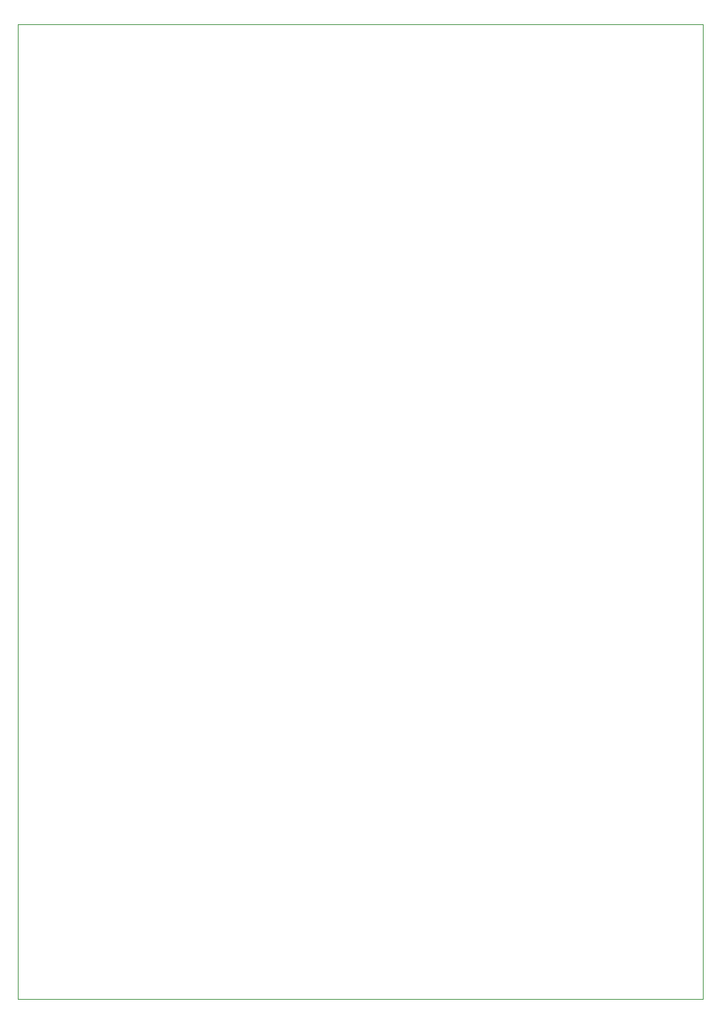
<source format=gm1>
G04 #@! TF.GenerationSoftware,KiCad,Pcbnew,(5.1.10)-1*
G04 #@! TF.CreationDate,2021-12-06T16:20:35+09:00*
G04 #@! TF.ProjectId,20keypad,32306b65-7970-4616-942e-6b696361645f,rev?*
G04 #@! TF.SameCoordinates,Original*
G04 #@! TF.FileFunction,Profile,NP*
%FSLAX46Y46*%
G04 Gerber Fmt 4.6, Leading zero omitted, Abs format (unit mm)*
G04 Created by KiCad (PCBNEW (5.1.10)-1) date 2021-12-06 16:20:35*
%MOMM*%
%LPD*%
G01*
G04 APERTURE LIST*
G04 #@! TA.AperFunction,Profile*
%ADD10C,0.100000*%
G04 #@! TD*
G04 APERTURE END LIST*
D10*
X104140000Y-33020000D02*
X104140000Y-148590000D01*
X22860000Y-33020000D02*
X104140000Y-33020000D01*
X22860000Y-148590000D02*
X22860000Y-33020000D01*
X104140000Y-148590000D02*
X22860000Y-148590000D01*
M02*

</source>
